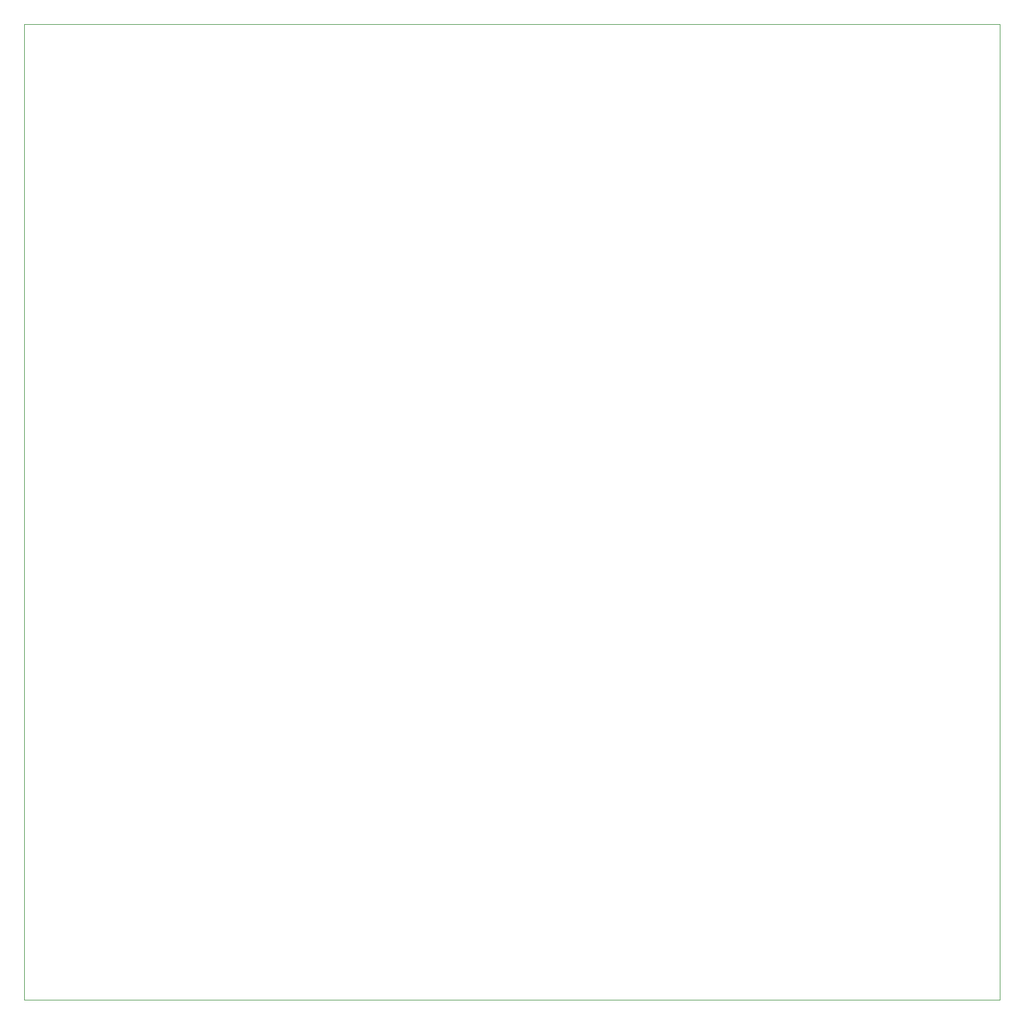
<source format=gbr>
%FSLAX34Y34*%
%MOMM*%
%LNOUTLINE*%
G71*
G01*
%ADD10C,0.002*%
%LPD*%
G54D10*
X-1047750Y69850D02*
X352250Y69850D01*
X352250Y-1330150D01*
X-1047750Y-1330150D01*
X-1047750Y69850D01*
M02*

</source>
